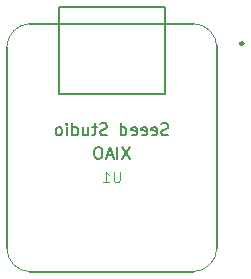
<source format=gbr>
%TF.GenerationSoftware,KiCad,Pcbnew,9.0.7-1.fc43*%
%TF.CreationDate,2026-02-19T19:52:45+02:00*%
%TF.ProjectId,Marcopad,4d617263-6f70-4616-942e-6b696361645f,rev?*%
%TF.SameCoordinates,Original*%
%TF.FileFunction,Legend,Bot*%
%TF.FilePolarity,Positive*%
%FSLAX46Y46*%
G04 Gerber Fmt 4.6, Leading zero omitted, Abs format (unit mm)*
G04 Created by KiCad (PCBNEW 9.0.7-1.fc43) date 2026-02-19 19:52:45*
%MOMM*%
%LPD*%
G01*
G04 APERTURE LIST*
%ADD10C,0.101600*%
%ADD11C,0.150000*%
%ADD12C,0.127000*%
%ADD13C,0.120000*%
%ADD14C,0.254000*%
%ADD15C,0.025400*%
G04 APERTURE END LIST*
D10*
X141677333Y-65056985D02*
X141677333Y-65776652D01*
X141677333Y-65776652D02*
X141635000Y-65861318D01*
X141635000Y-65861318D02*
X141592666Y-65903652D01*
X141592666Y-65903652D02*
X141508000Y-65945985D01*
X141508000Y-65945985D02*
X141338666Y-65945985D01*
X141338666Y-65945985D02*
X141254000Y-65903652D01*
X141254000Y-65903652D02*
X141211666Y-65861318D01*
X141211666Y-65861318D02*
X141169333Y-65776652D01*
X141169333Y-65776652D02*
X141169333Y-65056985D01*
X140280333Y-65945985D02*
X140788333Y-65945985D01*
X140534333Y-65945985D02*
X140534333Y-65056985D01*
X140534333Y-65056985D02*
X140619000Y-65183985D01*
X140619000Y-65183985D02*
X140703667Y-65268652D01*
X140703667Y-65268652D02*
X140788333Y-65310985D01*
D11*
X145761904Y-61907200D02*
X145619047Y-61954819D01*
X145619047Y-61954819D02*
X145380952Y-61954819D01*
X145380952Y-61954819D02*
X145285714Y-61907200D01*
X145285714Y-61907200D02*
X145238095Y-61859580D01*
X145238095Y-61859580D02*
X145190476Y-61764342D01*
X145190476Y-61764342D02*
X145190476Y-61669104D01*
X145190476Y-61669104D02*
X145238095Y-61573866D01*
X145238095Y-61573866D02*
X145285714Y-61526247D01*
X145285714Y-61526247D02*
X145380952Y-61478628D01*
X145380952Y-61478628D02*
X145571428Y-61431009D01*
X145571428Y-61431009D02*
X145666666Y-61383390D01*
X145666666Y-61383390D02*
X145714285Y-61335771D01*
X145714285Y-61335771D02*
X145761904Y-61240533D01*
X145761904Y-61240533D02*
X145761904Y-61145295D01*
X145761904Y-61145295D02*
X145714285Y-61050057D01*
X145714285Y-61050057D02*
X145666666Y-61002438D01*
X145666666Y-61002438D02*
X145571428Y-60954819D01*
X145571428Y-60954819D02*
X145333333Y-60954819D01*
X145333333Y-60954819D02*
X145190476Y-61002438D01*
X144380952Y-61907200D02*
X144476190Y-61954819D01*
X144476190Y-61954819D02*
X144666666Y-61954819D01*
X144666666Y-61954819D02*
X144761904Y-61907200D01*
X144761904Y-61907200D02*
X144809523Y-61811961D01*
X144809523Y-61811961D02*
X144809523Y-61431009D01*
X144809523Y-61431009D02*
X144761904Y-61335771D01*
X144761904Y-61335771D02*
X144666666Y-61288152D01*
X144666666Y-61288152D02*
X144476190Y-61288152D01*
X144476190Y-61288152D02*
X144380952Y-61335771D01*
X144380952Y-61335771D02*
X144333333Y-61431009D01*
X144333333Y-61431009D02*
X144333333Y-61526247D01*
X144333333Y-61526247D02*
X144809523Y-61621485D01*
X143523809Y-61907200D02*
X143619047Y-61954819D01*
X143619047Y-61954819D02*
X143809523Y-61954819D01*
X143809523Y-61954819D02*
X143904761Y-61907200D01*
X143904761Y-61907200D02*
X143952380Y-61811961D01*
X143952380Y-61811961D02*
X143952380Y-61431009D01*
X143952380Y-61431009D02*
X143904761Y-61335771D01*
X143904761Y-61335771D02*
X143809523Y-61288152D01*
X143809523Y-61288152D02*
X143619047Y-61288152D01*
X143619047Y-61288152D02*
X143523809Y-61335771D01*
X143523809Y-61335771D02*
X143476190Y-61431009D01*
X143476190Y-61431009D02*
X143476190Y-61526247D01*
X143476190Y-61526247D02*
X143952380Y-61621485D01*
X142666666Y-61907200D02*
X142761904Y-61954819D01*
X142761904Y-61954819D02*
X142952380Y-61954819D01*
X142952380Y-61954819D02*
X143047618Y-61907200D01*
X143047618Y-61907200D02*
X143095237Y-61811961D01*
X143095237Y-61811961D02*
X143095237Y-61431009D01*
X143095237Y-61431009D02*
X143047618Y-61335771D01*
X143047618Y-61335771D02*
X142952380Y-61288152D01*
X142952380Y-61288152D02*
X142761904Y-61288152D01*
X142761904Y-61288152D02*
X142666666Y-61335771D01*
X142666666Y-61335771D02*
X142619047Y-61431009D01*
X142619047Y-61431009D02*
X142619047Y-61526247D01*
X142619047Y-61526247D02*
X143095237Y-61621485D01*
X141761904Y-61954819D02*
X141761904Y-60954819D01*
X141761904Y-61907200D02*
X141857142Y-61954819D01*
X141857142Y-61954819D02*
X142047618Y-61954819D01*
X142047618Y-61954819D02*
X142142856Y-61907200D01*
X142142856Y-61907200D02*
X142190475Y-61859580D01*
X142190475Y-61859580D02*
X142238094Y-61764342D01*
X142238094Y-61764342D02*
X142238094Y-61478628D01*
X142238094Y-61478628D02*
X142190475Y-61383390D01*
X142190475Y-61383390D02*
X142142856Y-61335771D01*
X142142856Y-61335771D02*
X142047618Y-61288152D01*
X142047618Y-61288152D02*
X141857142Y-61288152D01*
X141857142Y-61288152D02*
X141761904Y-61335771D01*
X140571427Y-61907200D02*
X140428570Y-61954819D01*
X140428570Y-61954819D02*
X140190475Y-61954819D01*
X140190475Y-61954819D02*
X140095237Y-61907200D01*
X140095237Y-61907200D02*
X140047618Y-61859580D01*
X140047618Y-61859580D02*
X139999999Y-61764342D01*
X139999999Y-61764342D02*
X139999999Y-61669104D01*
X139999999Y-61669104D02*
X140047618Y-61573866D01*
X140047618Y-61573866D02*
X140095237Y-61526247D01*
X140095237Y-61526247D02*
X140190475Y-61478628D01*
X140190475Y-61478628D02*
X140380951Y-61431009D01*
X140380951Y-61431009D02*
X140476189Y-61383390D01*
X140476189Y-61383390D02*
X140523808Y-61335771D01*
X140523808Y-61335771D02*
X140571427Y-61240533D01*
X140571427Y-61240533D02*
X140571427Y-61145295D01*
X140571427Y-61145295D02*
X140523808Y-61050057D01*
X140523808Y-61050057D02*
X140476189Y-61002438D01*
X140476189Y-61002438D02*
X140380951Y-60954819D01*
X140380951Y-60954819D02*
X140142856Y-60954819D01*
X140142856Y-60954819D02*
X139999999Y-61002438D01*
X139714284Y-61288152D02*
X139333332Y-61288152D01*
X139571427Y-60954819D02*
X139571427Y-61811961D01*
X139571427Y-61811961D02*
X139523808Y-61907200D01*
X139523808Y-61907200D02*
X139428570Y-61954819D01*
X139428570Y-61954819D02*
X139333332Y-61954819D01*
X138571427Y-61288152D02*
X138571427Y-61954819D01*
X138999998Y-61288152D02*
X138999998Y-61811961D01*
X138999998Y-61811961D02*
X138952379Y-61907200D01*
X138952379Y-61907200D02*
X138857141Y-61954819D01*
X138857141Y-61954819D02*
X138714284Y-61954819D01*
X138714284Y-61954819D02*
X138619046Y-61907200D01*
X138619046Y-61907200D02*
X138571427Y-61859580D01*
X137666665Y-61954819D02*
X137666665Y-60954819D01*
X137666665Y-61907200D02*
X137761903Y-61954819D01*
X137761903Y-61954819D02*
X137952379Y-61954819D01*
X137952379Y-61954819D02*
X138047617Y-61907200D01*
X138047617Y-61907200D02*
X138095236Y-61859580D01*
X138095236Y-61859580D02*
X138142855Y-61764342D01*
X138142855Y-61764342D02*
X138142855Y-61478628D01*
X138142855Y-61478628D02*
X138095236Y-61383390D01*
X138095236Y-61383390D02*
X138047617Y-61335771D01*
X138047617Y-61335771D02*
X137952379Y-61288152D01*
X137952379Y-61288152D02*
X137761903Y-61288152D01*
X137761903Y-61288152D02*
X137666665Y-61335771D01*
X137190474Y-61954819D02*
X137190474Y-61288152D01*
X137190474Y-60954819D02*
X137238093Y-61002438D01*
X137238093Y-61002438D02*
X137190474Y-61050057D01*
X137190474Y-61050057D02*
X137142855Y-61002438D01*
X137142855Y-61002438D02*
X137190474Y-60954819D01*
X137190474Y-60954819D02*
X137190474Y-61050057D01*
X136571427Y-61954819D02*
X136666665Y-61907200D01*
X136666665Y-61907200D02*
X136714284Y-61859580D01*
X136714284Y-61859580D02*
X136761903Y-61764342D01*
X136761903Y-61764342D02*
X136761903Y-61478628D01*
X136761903Y-61478628D02*
X136714284Y-61383390D01*
X136714284Y-61383390D02*
X136666665Y-61335771D01*
X136666665Y-61335771D02*
X136571427Y-61288152D01*
X136571427Y-61288152D02*
X136428570Y-61288152D01*
X136428570Y-61288152D02*
X136333332Y-61335771D01*
X136333332Y-61335771D02*
X136285713Y-61383390D01*
X136285713Y-61383390D02*
X136238094Y-61478628D01*
X136238094Y-61478628D02*
X136238094Y-61764342D01*
X136238094Y-61764342D02*
X136285713Y-61859580D01*
X136285713Y-61859580D02*
X136333332Y-61907200D01*
X136333332Y-61907200D02*
X136428570Y-61954819D01*
X136428570Y-61954819D02*
X136571427Y-61954819D01*
X142523808Y-62954819D02*
X141857142Y-63954819D01*
X141857142Y-62954819D02*
X142523808Y-63954819D01*
X141476189Y-63954819D02*
X141476189Y-62954819D01*
X141047618Y-63669104D02*
X140571428Y-63669104D01*
X141142856Y-63954819D02*
X140809523Y-62954819D01*
X140809523Y-62954819D02*
X140476190Y-63954819D01*
X139952380Y-62954819D02*
X139761904Y-62954819D01*
X139761904Y-62954819D02*
X139666666Y-63002438D01*
X139666666Y-63002438D02*
X139571428Y-63097676D01*
X139571428Y-63097676D02*
X139523809Y-63288152D01*
X139523809Y-63288152D02*
X139523809Y-63621485D01*
X139523809Y-63621485D02*
X139571428Y-63811961D01*
X139571428Y-63811961D02*
X139666666Y-63907200D01*
X139666666Y-63907200D02*
X139761904Y-63954819D01*
X139761904Y-63954819D02*
X139952380Y-63954819D01*
X139952380Y-63954819D02*
X140047618Y-63907200D01*
X140047618Y-63907200D02*
X140142856Y-63811961D01*
X140142856Y-63811961D02*
X140190475Y-63621485D01*
X140190475Y-63621485D02*
X140190475Y-63288152D01*
X140190475Y-63288152D02*
X140142856Y-63097676D01*
X140142856Y-63097676D02*
X140047618Y-63002438D01*
X140047618Y-63002438D02*
X139952380Y-62954819D01*
D12*
%TO.C,U1*%
X132100000Y-71500000D02*
X132100000Y-54500000D01*
X134100000Y-52500910D02*
X147900000Y-52500910D01*
X136500000Y-51075970D02*
X136500000Y-58429270D01*
X136500000Y-58429270D02*
X145500000Y-58429270D01*
X145500000Y-51075970D02*
X136500000Y-51075970D01*
X145500000Y-58429270D02*
X145500000Y-51075970D01*
X147900000Y-73500000D02*
X134100000Y-73500000D01*
X149900000Y-54500000D02*
X149900000Y-71500000D01*
D13*
X132100000Y-54500000D02*
G75*
G02*
X134100000Y-52500000I2044610J-44610D01*
G01*
X134100000Y-73500000D02*
G75*
G02*
X132100000Y-71500000I0J2000000D01*
G01*
X147900000Y-52500000D02*
G75*
G02*
X149900000Y-54500000I-44612J-2044612D01*
G01*
X149900000Y-71500000D02*
G75*
G02*
X147900000Y-73500000I-2044857J44857D01*
G01*
D14*
X152127000Y-54200000D02*
G75*
G02*
X151873000Y-54200000I-127000J0D01*
G01*
X151873000Y-54200000D02*
G75*
G02*
X152127000Y-54200000I127000J0D01*
G01*
D15*
X149884667Y-54389527D02*
X149887715Y-54438295D01*
X149880603Y-54340506D01*
X149884667Y-54389527D01*
X132157752Y-71910955D02*
X132147847Y-71862950D01*
X132138956Y-71814690D01*
X132131336Y-71766175D01*
X132124732Y-71717407D01*
X132119399Y-71668639D01*
X132115335Y-71619618D01*
X132112287Y-71570850D01*
X132110508Y-71521574D01*
X132157752Y-71910955D01*
%TD*%
M02*

</source>
